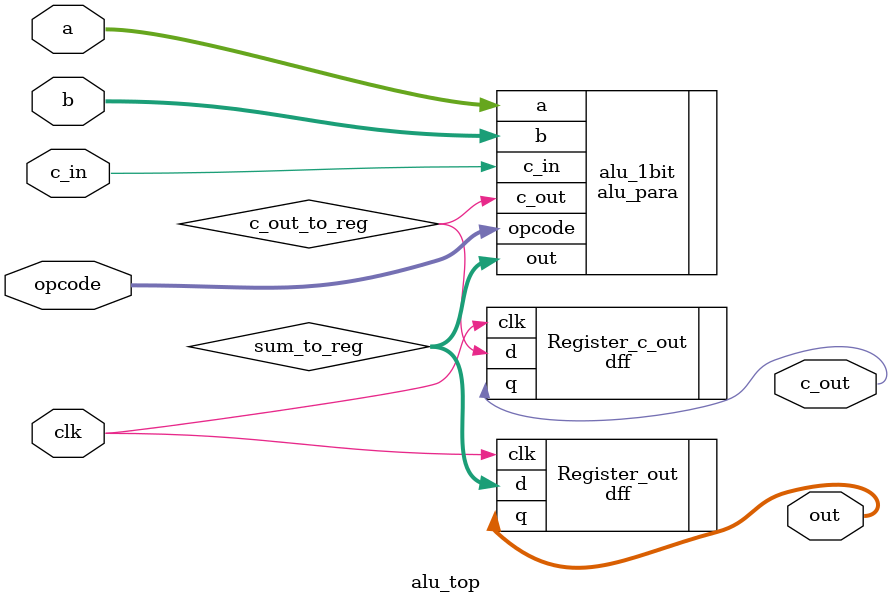
<source format=v>
`timescale 1ns / 1ps
module alu_top #(parameter BW = 32)(
	input clk,
	input [BW-1:0] a,
	input [BW-1:0] b,
	input c_in,
	input [2:0] opcode,
	output [BW-1:0] out,
	output c_out
    );
	
	wire [BW-1:0] sum_to_reg;
	wire c_out_to_reg;
	
	dff	#(.BW(BW))	Register_out 	(.q(out),.d(sum_to_reg),.clk(clk));	
	
	dff	#(.BW(1))	Register_c_out	(.q(c_out),.d(c_out_to_reg),.clk(clk));	
	
	alu_para	#(.BW(BW))	alu_1bit	(.c_out(c_out_to_reg),.out(sum_to_reg),.opcode(opcode),.a(a),.b(b),.c_in(c_in));
endmodule

</source>
